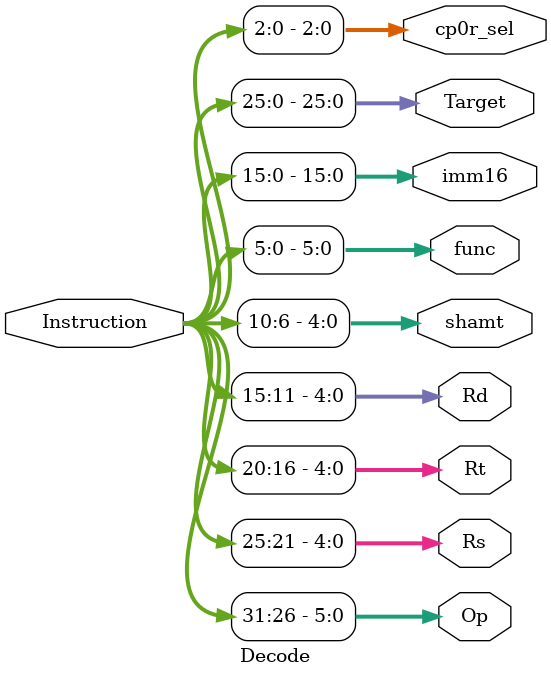
<source format=v>
module Decode (Instruction,Op,Rs,Rt,Rd,shamt,func,imm16,Target,cp0r_sel);//值得注意的是在取指令是Branch,Jump；
	input [31:0] Instruction;
	output [31:26] Op;
	output [25:21] Rs;
	output [20:16] Rt;
	output [15:11] Rd;
	output [10:6] shamt;
	output [5:0] func;
	output [15:0] imm16;// // 地址偏移量或者在ALU中计算是用到的立即数
	output [25:0] Target;
	output[2:0] cp0r_sel;

	assign Op = Instruction[31:26];
	assign Rs = Instruction[25:21];
	assign Rt = Instruction[20:16];
	assign Rd = Instruction[15:11];
	assign shamt = Instruction[10:6];// 特殊域，可能存放偏移量(一般对于移位指令能够用到)
	assign func = Instruction[5:0];
	assign imm16 = Instruction[15:0];
	assign Target = Instruction[25:0];
	assign cp0r_sel= Instruction[2:0];   // cp0寄存器的select域
endmodule
</source>
